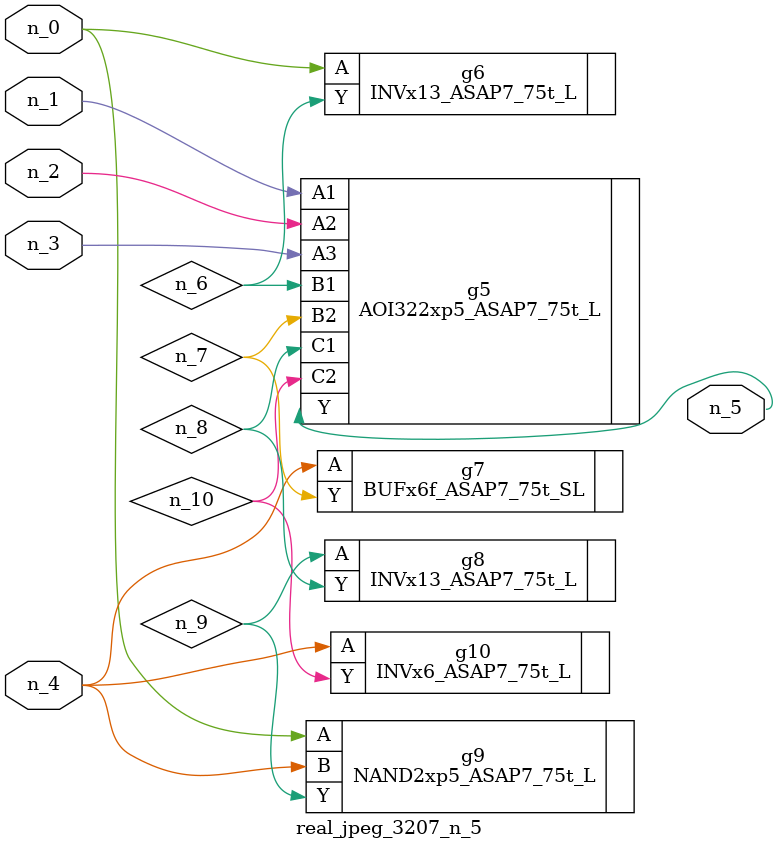
<source format=v>
module real_jpeg_3207_n_5 (n_4, n_0, n_1, n_2, n_3, n_5);

input n_4;
input n_0;
input n_1;
input n_2;
input n_3;

output n_5;

wire n_8;
wire n_6;
wire n_7;
wire n_10;
wire n_9;

INVx13_ASAP7_75t_L g6 ( 
.A(n_0),
.Y(n_6)
);

NAND2xp5_ASAP7_75t_L g9 ( 
.A(n_0),
.B(n_4),
.Y(n_9)
);

AOI322xp5_ASAP7_75t_L g5 ( 
.A1(n_1),
.A2(n_2),
.A3(n_3),
.B1(n_6),
.B2(n_7),
.C1(n_8),
.C2(n_10),
.Y(n_5)
);

BUFx6f_ASAP7_75t_SL g7 ( 
.A(n_4),
.Y(n_7)
);

INVx6_ASAP7_75t_L g10 ( 
.A(n_4),
.Y(n_10)
);

INVx13_ASAP7_75t_L g8 ( 
.A(n_9),
.Y(n_8)
);


endmodule
</source>
